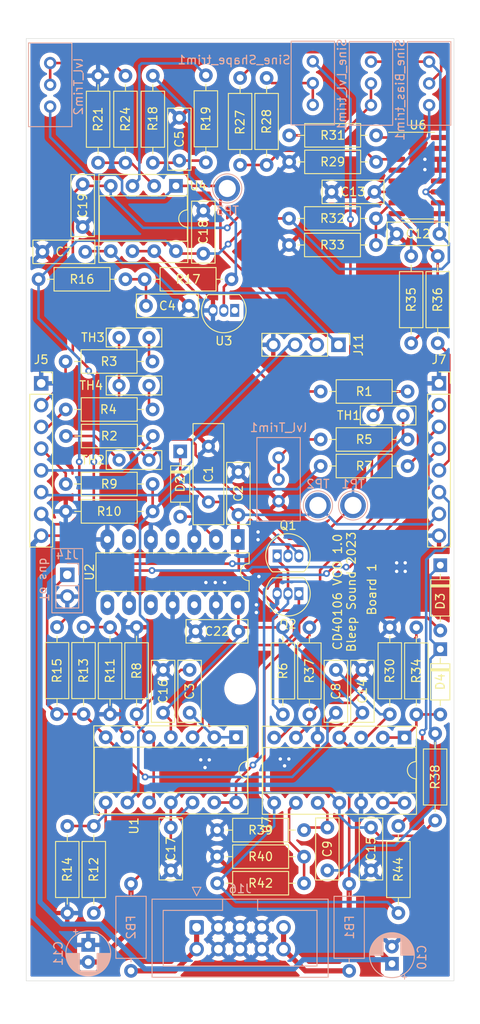
<source format=kicad_pcb>
(kicad_pcb (version 20221018) (generator pcbnew)
  (layers (0 "F.Cu" signal) (31 "B.Cu" signal) (34 "B.Paste" user) (35 "F.Paste" user) (36 "B.SilkS" user "B.Silkscreen") (37 "F.SilkS" user "F.Silkscreen") (38 "B.Mask" user) (39 "F.Mask" user) (44 "Edge.Cuts" user))
  (net 0 "")
  (net 1 "GND")
  (net 2 "+12V")
  (net 3 "-12V")
  (net 4 "Net-(U1A--)")
  (net 5 "Net-(U1B-+)")
  (net 6 "/Saw")
  (net 7 "Net-(U4A-+)")
  (net 8 "Net-(D3-K)")
  (net 9 "Net-(C4-Pad2)")
  (net 10 "/Sine out")
  (net 11 "Net-(D2-A)")
  (net 12 "Net-(D3-A)")
  (net 13 "Net-(D4-A)")
  (net 14 "Net-(C5-Pad2)")
  (net 15 "/Tri out")
  (net 16 "/Fm")
  (net 17 "/1V{slash}oct")
  (net 18 "Net-(U7A-+)")
  (net 19 "/octave")
  (net 20 "/Fine")
  (net 21 "/PWM CV")
  (net 22 "/Saw out")
  (net 23 "/Square out")
  (net 24 "/PWM")
  (net 26 "Net-(U7C-+)")
  (net 31 "Net-(J16-Pin_10)")
  (net 32 "Net-(Q1-C)")
  (net 33 "Net-(Q1-B)")
  (net 34 "Net-(R4-Pad1)")
  (net 35 "Net-(J16-Pin_1)")
  (net 36 "Net-(U1C--)")
  (net 37 "Net-(U1B--)")
  (net 38 "Net-(U1D-+)")
  (net 39 "/Fine_oct_in")
  (net 40 "Net-(R5-Pad2)")
  (net 41 "Net-(R24-Pad1)")
  (net 42 "Net-(U3-K)")
  (net 43 "Net-(R1-Pad1)")
  (net 44 "Net-(U4A--)")
  (net 45 "/Wave Converter/Tri")
  (net 46 "Net-(U6C-+)")
  (net 47 "Net-(R27-Pad2)")
  (net 48 "Net-(R28-Pad2)")
  (net 49 "Net-(R31-Pad1)")
  (net 50 "Net-(R31-Pad2)")
  (net 51 "Net-(R32-Pad1)")
  (net 52 "Net-(U7B--)")
  (net 53 "Net-(R2-Pad1)")
  (net 54 "Net-(R3-Pad1)")
  (net 55 "Net-(R12-Pad2)")
  (net 56 "Net-(R35-Pad2)")
  (net 57 "Net-(U7C--)")
  (net 58 "Net-(U7D--)")
  (net 64 "/Octave switch/5v")
  (net 65 "/Octave switch/A")
  (net 68 "/Sync")
  (footprint "Resistor_THT:R_Axial_DIN0207_L6.3mm_D2.5mm_P10.16mm_Horizontal" (layer "F.Cu") (at 102.3 127.78 90)
    (fp_text reference "R38")
    (fp_text value "20k")
  )
  (footprint "Resistor_THT:R_Axial_DIN0207_L6.3mm_D2.5mm_P10.16mm_Horizontal" (layer "F.Cu") (at 85.22 60.6)
    (fp_text reference "R33")
    (fp_text value "130k")
  )
  (footprint "Resistor_THT:R_Axial_DIN0207_L6.3mm_D2.5mm_P10.16mm_Horizontal" (layer "F.Cu") (at 85.24 50.9)
    (fp_text reference "R29")
    (fp_text value "20k")
  )
  (footprint "Connector_PinSocket_2.54mm:PinSocket_1x08_P2.54mm_Vertical" (layer "F.Cu") (at 102.75 76.75)
    (fp_text reference "J7")
    (fp_text value "Conn_Circuit")
  )
  (footprint "Capacitor_THT:C_Disc_D7.0mm_W2.5mm_P5.00mm" (layer "F.Cu") (at 79.3 105.7 180)
    (fp_text reference "C22")
    (fp_text value "100nF")
  )
  (footprint "Resistor_THT:R_Axial_DIN0207_L6.3mm_D2.5mm_P10.16mm_Horizontal" (layer "F.Cu") (at 97 105.22 -90)
    (fp_text reference "R30")
    (fp_text value "200k")
  )
  (footprint "Kicad-perso:Therm_Disc_D6.5mm_W2.5mm_P3.50mm" (layer "F.Cu") (at 96.8 80.5)
    (fp_text reference "TH1")
    (fp_text value "Thermistor_NTC - 10k" hide)
  )
  (footprint "Resistor_THT:R_Axial_DIN0207_L6.3mm_D2.5mm_P10.16mm_Horizontal" (layer "F.Cu") (at 69.3 51 90)
    (fp_text reference "R18")
    (fp_text value "33k")
  )
  (footprint "Capacitor_THT:C_Disc_D7.0mm_W2.5mm_P5.00mm" (layer "F.Cu") (at 79.3 92.1 90)
    (fp_text reference "C2")
    (fp_text value "Optionnal")
  )
  (footprint "Resistor_THT:R_Axial_DIN0207_L6.3mm_D2.5mm_P10.16mm_Horizontal" (layer "F.Cu") (at 87.6 115.4 90)
    (fp_text reference "R37")
    (fp_text value "10k")
  )
  (footprint "Resistor_THT:R_Axial_DIN0207_L6.3mm_D2.5mm_P10.16mm_Horizontal" (layer "F.Cu") (at 76.82 128.9)
    (fp_text reference "R39")
    (fp_text value "200k")
  )
  (footprint "Package_TO_SOT_THT:TO-92_Inline" (layer "F.Cu") (at 78.87 68.24 180)
    (fp_text reference "U3")
    (fp_text value "LM336BZ-5.0")
  )
  (footprint "Kicad-perso:Mica Disc Cap" (layer "F.Cu") (at 75.8 87.35 90)
    (fp_text reference "C1")
    (fp_text value "2.2nF" hide)
  )
  (footprint "Capacitor_THT:C_Disc_D7.0mm_W2.5mm_P5.00mm" (layer "F.Cu") (at 61.1 58.5 90)
    (fp_text reference "C19")
    (fp_text value "100nF")
  )
  (footprint "Resistor_THT:R_Axial_DIN0207_L6.3mm_D2.5mm_P10.16mm_Horizontal" (layer "F.Cu") (at 59.14 82.9)
    (fp_text reference "R2")
    (fp_text value "100k")
  )
  (footprint "Capacitor_THT:C_Disc_D7.0mm_W2.5mm_P5.00mm" (layer "F.Cu") (at 90.7 115.2 90)
    (fp_text reference "C8")
    (fp_text value "1uF")
  )
  (footprint "Capacitor_THT:C_Disc_D7.0mm_W2.5mm_P5.00mm" (layer "F.Cu") (at 102.8 59.3 180)
    (fp_text reference "C12")
    (fp_text value "100nF")
  )
  (footprint "Resistor_THT:R_Axial_DIN0207_L6.3mm_D2.5mm_P10.16mm_Horizontal" (layer "F.Cu") (at 99.08 83.3 180)
    (fp_text reference "R5")
    (fp_text value "1k5")
  )
  (footprint "Resistor_THT:R_Axial_DIN0207_L6.3mm_D2.5mm_P10.16mm_Horizontal" (layer "F.Cu") (at 79.5 51.26 90)
    (fp_text reference "R27")
    (fp_text value "470k")
  )
  (footprint "Diode_THT:D_DO-35_SOD27_P7.62mm_Horizontal" (layer "F.Cu") (at 72.5 84.69 -90)
    (fp_text reference "D2")
    (fp_text value "1N4148")
  )
  (footprint "Resistor_THT:R_Axial_DIN0207_L6.3mm_D2.5mm_P10.16mm_Horizontal" (layer "F.Cu") (at 76.82 132)
    (fp_text reference "R40")
    (fp_text value "10k")
  )
  (footprint "Connector_PinHeader_2.54mm:PinHeader_1x04_P2.54mm_Vertical" (layer "F.Cu") (at 91 72.25 -90)
    (fp_text reference "J11")
    (fp_text value "Conn_01x04")
  )
  (footprint "Capacitor_THT:C_Disc_D7.0mm_W2.5mm_P5.00mm" (layer "F.Cu") (at 75.2 61.6 90)
    (fp_text reference "C18")
    (fp_text value "100nF")
  )
  (footprint "MountingHole:MountingHole_3.2mm_M3" (layer "F.Cu") (at 79.5 112.4)
    (fp_text reference "H2" hide)
    (fp_text value "SpacerHoles")
  )
  (footprint "Kicad-perso:Therm_Disc_D6.5mm_W2.5mm_P3.50mm" (layer "F.Cu") (at 67.1 77 180)
    (fp_text reference "TH4")
    (fp_text value "Thermistor_NTC - 10k" hide)
  )
  (footprint "Resistor_THT:R_Axial_DIN0207_L6.3mm_D2.5mm_P10.16mm_Horizontal" (layer "F.Cu") (at 61.2 115.36 90)
    (fp_text reference "R13")
    (fp_text value "1M")
  )
  (footprint "Resistor_THT:R_Axial_DIN0207_L6.3mm_D2.5mm_P10.16mm_Horizontal" (layer "F.Cu") (at 58.1 105.2 -90)
    (fp_text reference "R15")
    (fp_text value "1k")
  )
  (footprint "Resistor_THT:R_Axial_DIN0207_L6.3mm_D2.5mm_P10.16mm_Horizontal" (layer "F.Cu") (at 84.5 105.24 -90)
    (fp_text reference "R6")
    (fp_text value "1M")
  )
  (footprint "Package_SO:SOIC-16_3.9x9.9mm_P1.27mm" (layer "F.Cu") (at 100.3 52.5)
    (fp_text reference "U6")
    (fp_text value "LM13700")
  )
  (footprint "Capacitor_THT:C_Disc_D7.0mm_W2.5mm_P5.00mm" (layer "F.Cu") (at 71.4 133.6 90)
    (fp_text reference "C17")
    (fp_text value "100nF")
  )
  (footprint "Resistor_THT:R_Axial_DIN0207_L6.3mm_D2.5mm_P10.16mm_Horizontal" (layer "F.Cu") (at 64.3 105.22 -90)
    (fp_text reference "R11")
    (fp_text value "47k")
  )
  (footprint "Resistor_THT:R_Axial_DIN0207_L6.3mm_D2.5mm_P10.16mm_Horizontal" (layer "F.Cu") (at 98 138.58 90)
    (fp_text reference "R44")
    (fp_text value "1k")
  )
  (footprint "Kicad-perso:Therm_Disc_D6.5mm_W2.5mm_P3.50mm" (layer "F.Cu") (at 67.1 85.7)
    (fp_text reference "TH2")
    (fp_text value "Thermistor_NTC - 10k" hide)
  )
  (footprint "Resistor_THT:R_Axial_DIN0207_L6.3mm_D2.5mm_P10.16mm_Horizontal" (layer "F.Cu") (at 69.26 74.2 180)
    (fp_text reference "R3")
    (fp_text value "100k")
  )
  (footprint "Resistor_THT:R_Axial_DIN0207_L6.3mm_D2.5mm_P10.16mm_Horizontal" (layer "F.Cu") (at 100.1 115.4 90)
    (fp_text reference "R34")
    (fp_text value "10k")
  )
  (footprint "Resistor_THT:R_Axial_DIN0207_L6.3mm_D2.5mm_P10.16mm_Horizontal" (layer "F.Cu") (at 88.92 86.4)
    (fp_text reference "R7")
    (fp_text value "100k")
  )
  (footprint "Capacitor_THT:C_Disc_D7.0mm_W2.5mm_P5.00mm" (layer "F.Cu") (at 93.8 115.2 90)
    (fp_text reference "C14")
    (fp_text value "100nF")
  )
  (footprint "Capacitor_THT:C_Disc_D7.0mm_W2.5mm_P5.00mm" (layer "F.Cu") (at 94.8 133.6 90)
    (fp_text reference "C15")
    (fp_text value "100nF")
  )
  (footprint "Package_DIP:DIP-14_W7.62mm_Socket" (layer "F.Cu") (at 79.025 118.06 -90)
    (fp_text reference "U1")
    (fp_text value "TL074")
  )
  (footprint "Resistor_THT:R_Axial_DIN0207_L6.3mm_D2.5mm_P10.16mm_Horizontal" (layer "F.Cu") (at 69.28 79.8 180)
    (fp_text reference "R4")
    (fp_text value "100k")
  )
  (footprint "Capacitor_THT:C_Disc_D7.0mm_W2.5mm_P5.00mm" (layer "F.Cu") (at 73.6 115.2 90)
    (fp_text reference "C3")
    (fp_text value "1uF")
  )
  (footprint "Package_DIP:DIP-14_W7.62mm_LongPads" (layer "F.Cu") (at 79.225 94.975 -90)
    (fp_text reference "U2")
    (fp_text value "CD40106")
  )
  (footprint "Diode_THT:D_DO-35_SOD27_P7.62mm_Horizontal" (layer "F.Cu") (at 102.9 107.78 -90)
    (fp_text reference "D4")
    (fp_text value "1N914")
  )
  (footprint "Resistor_THT:R_Axial_DIN0207_L6.3mm_D2.5mm_P10.16mm_Horizontal" (layer "F.Cu") (at 102.6 72.06 90)
    (fp_text reference "R36")
    (fp_text value "1k")
  )
  (footprint "Capacitor_THT:C_Disc_D7.0mm_W2.5mm_P5.00mm" (layer "F.Cu") (at 72.4 45.75 -90)
    (fp_text reference "C5")
    (fp_text value "100nF")
  )
  (footprint "Capacitor_THT:C_Disc_D7.0mm_W2.5mm_P5.00mm" (layer "F.Cu") (at 73.5 67.7 180)
    (fp_text reference "C4")
    (fp_text value "100nF")
  )
  (footprint "Package_DIP:DIP-14_W7.62mm_Socket" (layer "F.Cu") (at 98.725 118.1 -90)
    (fp_text reference "U7")
    (fp_text value "TL074")
  )
  (footprint "Resistor_THT:R_Axial_DIN0207_L6.3mm_D2.5mm_P10.16mm_Horizontal" (layer "F.Cu") (at 95.38 57.5 180)
    (fp_text reference "R32")
    (fp_text value "1M")
  )
  (footprint "Resistor_THT:R_Axial_DIN0207_L6.3mm_D2.5mm_P10.16mm_Horizontal" (layer "F.Cu") (at 99.08 77.7 180)
    (fp_text reference "R1")
    (fp_text value "100k")
  )
  (footprint "Kicad-perso:Therm_Disc_D6.5mm_W2.5mm_P3.50mm" (layer "F.Cu") (at 67.1 71.4 180)
    (fp_text reference "TH3")
    (fp_text value "Thermistor_NTC - 10k" hide)
  )
  (footprint "Resistor_THT:R_Axial_DIN0207_L6.3mm_D2.5mm_P10.16mm_Horizontal" (layer "F.Cu") (at 62.9 51 90)
    (fp_text reference "R21")
    (fp_text value "10k")
  )
  (footprint "Resistor_THT:R_Axial_DIN0207_L6.3mm_D2.5mm_P10.16mm_Horizontal" (layer "F.Cu") (at 86.98 135.1 180)
    (fp_text reference "R42")
    (fp_text value "10k")
  )
  (footprint "Capacitor_THT:C_Disc_D7.0mm_W2.5mm_P5.00mm" (layer "F.Cu") (at 56.4 61.4)
    (fp_text reference "C7")
    (fp_text value "1nF")
  )
  (footprint "Resistor_THT:R_Axial_DIN0207_L6.3mm_D2.5mm_P10.16mm_Horizontal" (layer "F.Cu") (at 55.94 64.6)
    (fp_text reference "R16")
    (fp_text value "4.7k")
  )
  (footprint "Capacitor_THT:C_Disc_D7.0mm_W2.5mm_P5.00mm" (layer "F.Cu") (at 89.7 133.6 90)
    (fp_text reference "C9")
    (fp_text value "1uF")
  )
  (footprint "Capacitor_THT:C_Disc_D7.0mm_W2.5mm_P5.00mm" (layer "F.Cu") (at 90.2 54.4)
    (fp_text reference "C13")
    (fp_text value "100nF")
  )
  (footprint "Resistor_THT:R_Axial_DIN0207_L6.3mm_D2.5mm_P10.16mm_Horizontal" (layer "F.Cu") (at 95.4 47.8 180)
    (fp_text reference "R31")
    (fp_text value "100k")
  )
  (footprint "Resistor_THT:R_Axial_DIN0207_L6.3mm_D2.5mm_P10.16mm_Horizontal" (layer "F.Cu") (at 69.28 88.5 180)
    (fp_text reference "R9")
    (fp_text value "68k")
  )
  (footprint "Resistor_THT:R_Axial_DIN0207_L6.3mm_D2.5mm_P10.16mm_Horizontal" (layer "F.Cu") (at 68.34 64.6)
    (fp_text reference "R17")
    (fp_text value "4.7k")
  )
  (footprint "Resistor_THT:R_Axial_DIN0207_L6.3mm_D2.5mm_P10.16mm_Horizontal" (layer "F.Cu") (at 62.4 128.42 -90)
    (fp_text reference "R12")
    (fp_text value "100k")
  )
  (footprint "Resistor_THT:R_Axial_DIN0207_L6.3mm_D2.5mm_P10.16mm_Horizontal" (layer "F.Cu") (at 99.5 61.9 -90)
    (fp_text reference "R35")
    (fp_text value "4.7k")
  )
  (footprint "Package_DIP:DIP-8_W7.62mm_Socket" (layer "F.Cu") (at 72 53.7 -90)
    (fp_text reference "U4")
    (fp_text value "TL072")
  )
  (footprint "Capacitor_THT:C_Disc_D7.0mm_W2.5mm_P5.00mm" (layer "F.Cu") (at 70.5 115.2 90)
    (fp_text reference "C16")
    (fp_text value "100nF")
  )
  (footprint "Connector_PinSocket_2.54mm:PinSocket_1x08_P2.54mm_Vertical" (layer "F.Cu") (at 56.25 76.75)
    (fp_text reference "J5")
    (fp_text value "Conn_Circuit")
  )
  (footprint "Resistor_THT:R_Axial_DIN0207_L6.3mm_D2.5mm_P10.16mm_Horizontal" (layer "F.Cu") (at 66.1 40.84 -90)
    (fp_text reference "R24")
    (fp_text value "9k53")
  )
  (footprint "Resistor_THT:R_Axial_DIN0207_L6.3mm_D2.5mm_P10.16mm_Horizontal" (layer "F.Cu") (at 59.3 128.42 -90)
    (fp_text reference "R14")
    (fp_text value "68k")
  )
  (footprint "Resistor_THT:R_Axial_DIN0207_L6.3mm_D2.5mm_P10.16mm_Horizontal" (layer "F.Cu") (at 82.6 51.26 90)
    (fp_text reference "R28")
    (fp_text value "20k")
  )
  (footprint "Package_TO_SOT_THT:TO-92_Inline" (layer "F.Cu") (at 86.37 101.3 180)
    (fp_text reference "Q2")
    (fp_text value "BC548")
  )
  (footprint "Resistor_THT:R_Axial_DIN0207_L6.3mm_D2.5mm_P10.16mm_Horizontal" (layer "F.Cu") (at 69.28 91.7 180)
    (fp_text reference "R10")
    (fp_text value "14k")
  )
  (footprint "Resistor_THT:R_Axial_DIN0207_L6.3mm_D2.5mm_P10.16mm_Horizontal" (layer "F.Cu") (at 67.4 115.38 90)
    (fp_text reference "R8")
    (fp_text value "100k")
  )
  (footprint "Resistor_THT:R_Axial_DIN0207_L6.3mm_D2.5mm_P10.16mm_Horizontal" (layer "F.Cu") (at 75.5 40.79 -90)
    (fp_text reference "R19")
    (fp_text value "33k")
  )
  (footprint "Diode_THT:D_DO-35_SOD27_P7.62mm_Horizontal" (layer "F.Cu") (at 102.9 97.98 -90)
    (fp_text reference "D3")
    (fp_text value "1N914")
  )
  (footprint "Package_TO_SOT_THT:TO-92_Inline" (layer "F.Cu") (at 83.83 96.9)
    (fp_text reference "Q1")
    (fp_text value "BC558")
  )
  (footprint "Capacitor_THT:CP_Radial_D5.0mm_P2.00mm" (layer "B.Cu") (at 61.75 142.3 -90)
    (fp_text reference "C11")
    (fp_text value "10uF")
  )
  (footprint "TestPoint:TestPoint_Plated_Hole_D2.0mm" (layer "B.Cu") (at 78 54 180)
    (fp_text reference "TP3")
    (fp_text value "TestPoint")
  )
  (footprint "Connector_IDC:IDC-Header_2x05_P2.54mm_Vertical" (layer "B.Cu") (at 74.42 140.25 -90)
    (fp_text reference "J16")
    (fp_text value "Power Input")
  )
  (footprint "Potentiometer_THT:Potentiometer_Bourns_3386C_Horizontal" (layer "B.Cu") (at 94.8 44.28)
    (fp_text reference "Sine_Lvl_trim1")
    (fp_text value "1M")
  )
  (footprint "Capacitor_THT:CP_Radial_D5.0mm_P2.00mm" (layer "B.Cu") (at 97.25 144.5 90)
    (fp_text reference "C10")
    (fp_text value "10uF")
  )
  (footprint "Connector_PinHeader_2.54mm:PinHeader_1x02_P2.54mm_Vertical" (layer "B.Cu") (at 59.3 99.1 180)
    (fp_text reference "J14")
    (fp_text value "Conn_01x02")
  )
  (footprint "TestPoint:TestPoint_Plated_Hole_D2.0mm" (layer "B.Cu") (at 92.7 91 180)
    (fp_text reference "TP1")
    (fp_text value "TestPoint")
  )
  (footprint "Potentiometer_THT:Potentiometer_Bourns_3386C_Horizontal" (layer "B.Cu") (at 57.3 39.36 180)
    (fp_text reference "lvl_Trim2")
    (fp_text value "1k")
  )
  (footprint "TestPoint:TestPoint_Plated_Hole_D2.0mm" (layer "B.Cu") (at 88.6 91 180)
    (fp_text reference "TP2")
    (fp_text value "TestPoint")
  )
  (footprint "Potentiometer_THT:Potentiometer_Bourns_3386C_Horizontal" (layer "B.Cu") (at 84 85.42 180)
    (fp_text reference "lvl_Trim1")
    (fp_text value "1k")
  )
  (footprint "Potentiometer_THT:Potentiometer_Bourns_3386C_Horizontal" (layer "B.Cu") (at 88 39.16 180)
    (fp_text reference "Sine_Shape_trim1")
    (fp_text value "100k")
  )
  (footprint "Inductor_THT:L_Axial_L7.0mm_D3.3mm_P10.16mm_Horizontal_Fastron_MICC" (layer "B.Cu") (at 92.25 135.17 -90)
    (fp_text reference "FB1")
    (fp_text value "10R")
  )
  (footprint "Inductor_THT:L_Axial_L7.0mm_D3.3mm_P10.16mm_Horizontal_Fastron_MICC" (layer "B.Cu") (at 66.75 135.17 -90)
    (fp_text reference "FB2")
    (fp_text value "10R")
  )
  (footprint "Potentiometer_THT:Potentiometer_Bourns_3386C_Horizontal" (layer "B.Cu") (at 101.6 39.2 180)
    (fp_text reference "Sine_Bias_trim1")
    (fp_text value "100k")
  )
  (gr_rect (start 57.5 96.04) (end 61.1 103.54) (stroke (width 0.12)) (fill none) (layer "B.SilkS"))
  (gr_line (start 54.5 36.5) (end 104.5 36.5) (stroke (width 0.05)) (layer "Edge.Cuts"))
  (gr_line (start 54.5 36.5) (end 54.5 146.5) (stroke (width 0.05)) (layer "Edge.Cuts"))
  (gr_line (start 54.5 146.5) (end 104.5 146.5) (stroke (width 0.05)) (layer "Edge.Cuts"))
  (gr_line (start 104.5 36.5) (end 104.5 146.5) (stroke (width 0.05)) (layer "Edge.Cuts"))
  (gr_text "To sub" (at 56 102.24 -90) (layer "B.SilkS") (effects (font (size 1 1)) (justify left bottom mirror)))
  (gr_text "CD40106 VCO 1.0\nBleep Sound 2023" (at 91.7 101.1 90) (layer "F.SilkS") (effects (font (size 1 1))))
  (gr_text "Board 1" (at 94.9 100.8 90) (layer "F.SilkS") (effects (font (size 1 1))))
  (via (at 75.4 121.6) (size 0.8) (drill 0.4) (layers "F.Cu" "B.Cu") (net 1))
  (via (at 101.1 51.8) (size 0.8) (drill 0.4) (layers "F.Cu" "B.Cu") (net 1))
  (via (at 81.4 103.5) (size 0.8) (drill 0.4) (layers "F.Cu" "B.Cu") (net 1))
  (via (at 81.4 102.6) (size 0.8) (drill 0.4) (layers "F.Cu" "B.Cu") (net 1))
  (via (at 97.8 97.7) (size 0.8) (drill 0.4) (layers "F.Cu" "B.Cu") (net 1))
  (via (at 98.8 97.7) (size 0.8) (drill 0.4) (layers "F.Cu" "B.Cu") (net 1))
  (via (at 98.8 98.7) (size 0.8) (drill 0.4) (layers "F.Cu" "B.Cu") (net 1))
  (via (at 85.2 120.6) (size 0.8) (drill 0.4) (layers "F.Cu" "B.Cu") (net 1))
  (via (at 81.6 94.1) (size 0.8) (drill 0.4) (layers "F.Cu" "B.Cu") (net 1))
  (via (at 97.8 98.7) (size 0.8) (drill 0.4) (layers "F.Cu" "B.Cu") (net 1))
  (via (at 84.7 121.4) (size 0.8) (drill 0.4) (layers "F.Cu" "B.Cu") (net 1))
  (via (at 75.5 100) (size 0.8) (drill 0.4) (layers "F.Cu" "B.Cu") (net 1))
  (via (at 74.9 120.7) (size 0.8) (drill 0.4) (layers "F.Cu" "B.Cu") (net 1))
  (via (at 81.6 95) (size 0.8) (drill 0.4) (layers "F.Cu" "B.Cu") (net 1))
  (via (at 81.7 99.3) (size 0.8) (drill 0.4) (layers "F.Cu" "B.Cu") (net 1))
  (via (at 76.6 100) (size 0.8) (drill 0.4) (layers "F.Cu" "B.Cu") (net 1))
  (via (at 77.7 100) (size 0.8) (drill 0.4) (layers "F.Cu" "B.Cu") (net 1))
  (via (at 84.2 120.6) (size 0.8) (drill 0.4) (layers "F.Cu" "B.Cu") (net 1))
  (via (at 101.1 50.6) (size 0.8) (drill 0.4) (layers "F.Cu" "B.Cu") (net 1))
  (via (at 75.9 120.7) (size 0.8) (drill 0.4) (layers "F.Cu" "B.Cu") (net 1))
  (segment (start 92.255 135.165) (end 92.25 135.17) (width 0.3) (layer "F.Cu") (net 2))
  (segment (start 59.6 93.2) (end 57.46 93.2) (width 0.3) (layer "F.Cu") (net 2))
  (segment (start 91.105 118.1) (end 92.255 119.25) (width 0.3) (layer "F.Cu") (net 2))
  (segment (start 102.775 54.405) (end 101.205 54.405) (width 0.3) (layer "F.Cu") (net 2))
  (segment (start 57.46 93.2) (end 56.25 91.99) (width 0.3) (layer "F.Cu") (net 2))
  (segment (start 92.25 135.17) (end 92.25 139.5) (width 0.6) (layer "F.Cu") (net 2))
  (segment (start 81.1 57.5) (end 78.1 60.5) (width 0.3) (layer "F.Cu") (net 2))
  (segment (start 92.25 139.5) (end 97.25 144.5) (width 0.6) (layer "F.Cu") (net 2))
  (segment (start 71.405 116.105) (end 70.5 115.2) (width 0.3) (layer "F.Cu") (net 2))
  (segment (start 85.22 57.5) (end 81.1 57.5) (width 0.3) (layer "F.Cu") (net 2))
  (segment (start 60.7 85.9) (end 60.7 92.1) (width 0.3) (layer "F.Cu") (net 2))
  (segment (start 79.76 105.24) (end 79.3 105.7) (width 0.3) (layer "F.Cu") (net 2))
  (segment (start 79.3 105.7) (end 79.3 102.67) (width 0.3) (layer "F.Cu") (net 2))
  (segment (start 91.105 117.895) (end 91.105 118.1) (width 0.3) (layer "F.Cu") (net 2))
  (segment (start 60.7 92.1) (end 59.6 93.2) (width 0.3) (layer "F.Cu") (net 2))
  (segment (start 101.205 54.405) (end 101.2 54.4) (width 0.3) (layer "F.Cu") (net 2))
  (segment (start 92.255 119.25) (end 92.255 135.165) (width 0.3) (layer "F.Cu") (net 2))
  (segment (start 79.3 102.67) (end 79.225 102.595) (width 0.3) (layer "F.Cu") (net 2))
  (segment (start 72.28 61.6) (end 72 61.32) (width 0.3) (layer "F.Cu") (net 2))
  (segment (start 71.405 118.06) (end 71.405 116.105) (width 0.3) (layer "F.Cu") (net 2))
  (segment (start 93.8 115.2) (end 91.105 117.895) (width 0.3) (layer "F.Cu") (net 2))
  (segment (start 75.2 61.6) (end 72.28 61.6) (width 0.3) (layer "F.Cu") (net 2))
  (segment (start 94.8 39.2) (end 101.6 39.2) (width 0.3) (layer "F.Cu") (net 2))
  (segment (start 84.5 105.24) (end 79.76 105.24) (width 0.3) (layer "F.Cu") (net 2))
  (via (at 60.7 85.9) (size 0.8) (drill 0.4) (layers "F.Cu" "B.Cu") (net 2))
  (via (at 78.1 60.5) (size 0.8) (drill 0.4) (layers "F.Cu" "B.Cu") (net 2))
  (via (at 101.2 54.4) (size 0.8) (drill 0.4) (layers "F.Cu" "B.Cu") (net 2))
  (segment (start 96.78 144.03) (end 86.87 144.03) (width 0.6) (layer "B.Cu") (net 2))
  (segment (start 102.9 52.7) (end 102.9 40.5) (width 0.3) (layer "B.Cu") (net 2))
  (segment (start 57.6 93.34) (end 56.25 91.99) (width 0.6) (layer "B.Cu") (net 2))
  (segment (start 60.7 73.922606) (end 60.7 85.9) (width 0.3) (layer "B.Cu") (net 2))
  (segment (start 55.94 69.162606) (end 60.7 73.922606) (width 0.3) (layer "B.Cu") (net 2))
  (segment (start 58.69 139.88) (end 56.11 137.3) (width 0.6) (layer "B.Cu") (net 2))
  (segment (start 63.138478 139.88) (end 58.69 139.88) (width 0.6) (layer "B.Cu") (net 2))
  (segment (start 55.94 64.6) (end 55.94 69.162606) (width 0.3) (layer "B.Cu") (net 2))
  (segment (start 68.358478 145.1) (end 63.138478 139.88) (width 0.6) (layer "B.Cu") (net 2))
  (segment (start 103.9 62.6) (end 103.9 60.4) (width 0.3) (layer "B.Cu") (net 2))
  (segment (start 79.3 106.4) (end 70.5 115.2) (width 0.3) (layer "B.Cu") (net 2))
  (segment (start 56.11 137.3) (end 56.11 99.59) (width 0.6) (layer "B.Cu") (net 2))
  (segment (start 85.8 145.1) (end 68.358478 145.1) (width 0.6) (layer "B.Cu") (net 2))
  (segment (start 77 61.6) (end 75.2 61.6) (width 0.3) (layer "B.Cu") (net 2))
  (segment (start 84.5 105.9) (end 84.5 105.24) (width 0.3) (layer "B.Cu") (net 2))
  (segment (start 55.94 64.6) (end 60.44 60.1) (width 0.3) (layer "B.Cu") (net 2))
  (segment (start 60.44 60.1) (end 70.78 60.1) (width 0.3) (layer "B.Cu") (net 2))
  (segment (start 93.8 115.2) (end 84.5 105.9) (width 0.3) (layer "B.Cu") (net 2))
  (segment (start 103.9 60.4) (end 102.8 59.3) (width 0.3) (layer "B.Cu") (net 2))
  (segment (start 102.8 56) (end 101.2 54.4) (width 0.3) (layer "B.Cu") (net 2))
  (segment (start 91.12 63.4) (end 103.1 63.4) (width 0.3) (layer "B.Cu") (net 2))
  (segment (start 70.78 60.1) (end 72 61.32) (width 0.3) (layer "B.Cu") (net 2))
  (segment (start 102.8 59.3) (end 102.8 56) (width 0.3) (layer "B.Cu") (net 2))
  (segment (start 56.11 99.59) (end 57.6 98.1) (width 0.6) (layer "B.Cu") (net 2))
  (segment (start 85.22 57.5) (end 91.12 63.4) (width 0.3) (layer "B.Cu") (net 2))
  (segment (start 57.6 98.1) (end 57.6 93.34) (width 0.6) (layer "B.Cu") (net 2))
  (segment (start 97.25 144.5) (end 96.78 144.03) (width 0.6) (layer "B.Cu") (net 2))
  (segment (start 101.2 54.4) (end 102.9 52.7) (width 0.3) (layer "B.Cu") (net 2))
  (segment (start 79.3 105.7) (end 79.3 106.4) (width 0.3) (layer "B.Cu") (net 2))
  (segment (start 86.87 144.03) (end 85.8 145.1) (width 0.6) (layer "B.Cu") (net 2))
  (segment (start 103.1 63.4) (end 103.9 62.6) (width 0.3) (layer "B.Cu") (net 2))
  (segment (start 78.1 60.5) (end 77 61.6) (width 0.3) (layer "B.Cu") (net 2))
  (segment (start 102.9 40.5) (end 101.6 39.2) (width 0.3) (layer "B.Cu") (net 2))
  (segment (start 100.51 129.57) (end 95.77 129.57) (width 0.3) (layer "F.Cu") (net 3))
  (segment (start 95.77 129.57) (end 94.8 128.6) (width 0.3) (layer "F.Cu") (net 3))
  (segment (start 102.3 127.78) (end 100.51 129.57) (width 0.3) (layer "F.Cu") (net 3))
  (segment (start 61.8 75) (end 59.95 73.15) (width 0.3) (layer "F.Cu") (net 3))
  (segment (start 78 58.6) (end 80.8 55.8) (width 0.3) (layer "F.Cu") (net 3))
  (segment (start 93.8 55.8) (end 95.2 54.4) (width 0.3) (layer "F.Cu") (net 3))
  (segment (start 62.88137 144.3) (end 66.75 140.43137) (width 0.6) (layer "F.Cu") (net 3))
  (segment (start 56.25 94.53) (end 58.977106 94.53) (width 0.3) (layer "F.Cu") (net 3))
  (segment (start 71.4 130.52) (end 66.75 135.17) (width 0.3) (layer "F.Cu") (net 3))
  (segment (start 71.4 128.6) (end 71.4 130.52) (width 0.3) (layer "F.Cu") (net 3))
  (segment (start 61.3 53.7) (end 61.1 53.5) (width 0.3) (layer "F.Cu") (net 3))
  (segment (start 58.977106 94.53) (end 62.4 91.107106) (width 0.3) (layer "F.Cu") (net 3))
  (segment (start 61.8 75.3) (end 61.8 75) (width 0.3) (layer "F.Cu") (net 3))
  (segment (start 66.75 140.43137) (end 66.75 135.17) (width 0.6) (layer "F.Cu") (net 3))
  (segment (start 59.95 73.15) (end 59.95 54.65) (width 0.3) (layer "F.Cu") (net 3))
  (segment (start 59.95 54.65) (end 61.1 53.5) (width 0.3) (layer "F.Cu") (net 3))
  (segment (start 62.247106 97.8) (end 78.6 97.8) (width 0.3) (layer "F.Cu") (net 3))
  (segment (start 62.4 91.107106) (end 62.4 85.9) (width 0.3) (layer "F.Cu") (net 3))
  (segment (start 95.205 54.405) (end 95.2 54.4) (width 0.3) (layer "F.Cu") (net 3))
  (segment (start 71.4 125.685) (end 71.405 125.68) (width 0.3) (layer "F.Cu") (net 3))
  (segment (start 97.825 54.405) (end 95.205 54.405) (width 0.3) (layer "F.Cu") (net 3))
  (segment (start 61.75 144.3) (end 62.88137 144.3) (width 0.6) (layer "F.Cu") (net 3))
  (segment (start 80.8 55.8) (end 93.8 55.8) (width 0.3) (layer "F.Cu") (net 3))
  (segment (start 64.38 53.7) (end 61.3 53.7) (width 0.3) (layer "F.Cu") (net 3))
  (segment (start 58.977106 94.53) (end 62.247106 97.8) (width 0.3) (layer "F.Cu") (net 3))
  (segment (start 71.4 128.6) (end 71.4 125.685) (width 0.3) (layer "F.Cu") (net 3))
  (via (at 78.6 97.8) (size 0.8) (drill 0.4) (layers "F.Cu" "B.Cu") (net 3))
  (via (at 78 58.6) (size 0.8) (drill 0.4) (layers "F.Cu" "B.Cu") (net 3))
  (via (at 62.4 85.9) (size 0.8) (drill 0.4) (layers "F.Cu" "B.Cu") (net 3))
  (via (at 61.8 75.3) (size 0.8) (drill 0.4) (layers "F.Cu" "B.Cu") (net 3))
  (segment (start 99.5 58.7) (end 95.2 54.4) (width 0.3) (layer "B.Cu") (net 3))
  (segment (start 101.6 48) (end 101.6 44.28) (width 0.3) (layer "B.Cu") (net 3))
  (segment (start 86.37 96.675) (end 85.245 95.55) (width 0.3) (layer "B.Cu") (net 3))
  (segment (start 80.6 97.8) (end 82.85 95.55) (width 0.3) (layer "B.Cu") (net 3))
  (segment (start 86.37 96.9) (end 86.37 96.675) (width 0.3) (layer "B.Cu") (net 3))
  (segment (start 82.85 95.55) (end 83.97 94.43) (width 0.3) (layer "B.Cu") (net 3))
  (segment (start 64.38 53.7) (end 64.38 54.83137) (width 0.3) (layer "B.Cu") (net 3))
  (segment (start 64.38 54.83137) (end 68.14863 58.6) (width 0.3) (layer "B.Cu") (net 3))
  (segment (start 62.4 75.9) (end 61.8 75.3) (width 0.3) (layer "B.Cu") (net 3))
  (segment (start 99.5 61.9) (end 99.5 58.7) (width 0.3) (layer "B.Cu") (net 3))
  (segment (start 85.245 95.55) (end 82.85 95.55) (width 0.3) (layer "B.Cu") (net 3))
  (segment (start 91.105 127.195) (end 91.105 125.72) (width 0.3) (layer "B.Cu") (net 3))
  (segment (start 91.1 127.2) (end 91.105 127.195) (width 0.3) (layer "B.Cu") (net 3))
  (segment (start 89.915 124.53) (end 91.105 125.72) (width 0.3) (layer "B.Cu") (net 3))
  (segment (start 71.405 125.68) (end 72.555 124.53) (width 0.3) (layer "B.Cu") (net 3))
  (segment (start 55.31 95.47) (end 56.25 94.53) (width 0.6) (layer "B.Cu") (net 3))
  (segment (start 72.555 124.53) (end 89.915 124.53) (width 0.3) (layer "B.Cu") (net 3))
  (segment (start 61.75 144.3) (end 60.61863 144.3) (width 0.6) (layer "B.Cu") (net 3))
  (segment (start 60.61863 144.3) (end 55.31 138.99137) (width 0.6) (layer "B.Cu") (net 3))
  (segment (start 68.14863 58.6) (end 78 58.6) (width 0.3) (layer "B.Cu") (net 3))
  (segment (start 78.6 97.8) (end 80.6 97.8) (width 0.3) (layer "B.Cu") (net 3))
  (segment (start 94.8 128.6) (end 92.5 128.6) (width 0.3) (layer "B.Cu") (net 3))
  (segment (start 55.31 138.99137) (end 55.31 95.47) (width 0.6) (layer "B.Cu") (net 3))
  (segment (start 95.2 54.4) (end 101.6 48) (width 0.3) (layer "B.Cu") (net 3))
  (segment (start 62.4 85.9) (end 62.4 75.9) (width 0.3) (layer "B.Cu") (net 3))
  (segment (start 92.5 128.6) (end 91.1 127.2) (width 0.3) (layer "B.Cu") (net 3))
  (segment (start 76.485 118.06) (end 73.625 115.2) (width 0.3) (layer "B.Cu") (net 4))
  (segment (start 76.485 118.06) (end 79.025 118.06) (width 0.3) (layer "B.Cu") (net 4))
  (segment (start 73.625 115.2) (end 73.6 115.2) (width 0.3) (layer "B.Cu") (net 4))
  (segment (start 67.4 115.38) (end 72.58 110.2) (width 0.3) (layer "F.Cu") (net 5))
  (segment (start 69.4 118.595) (end 68.865 118.06) (width 0.3) (layer "F.Cu") (net 5))
  (segment (start 67.4 116.595) (end 68.865 118.06) (width 0.3) (layer "F.Cu") (net 5))
  (segment (start 67.4 115.38) (end 67.4 116.595) (width 0.3) (layer "F.Cu") (net 5))
  (segment (start 72.58 110.2) (end 73.6 110.2) (width 0.3) (layer "F.Cu") (net 5))
  (segment (start 69.4 125.145) (end 69.4 118.595) (width 0.3) (layer "F.Cu") (net 5))
  (segment (start 68.865 125.68) (end 69.4 125.145) (width 0.3) (layer "F.Cu") (net 5))
  (segment (start 61.2 115.36) (end 58.1 115.36) (width 0.3) (layer "F.Cu") (net 6))
  (segment (start 56.95 114.21) (end 56.95 101.45) (width 0.3) (layer "F.Cu") (net 6))
  (segment (start 63.785 117.945) (end 63.785 118.06) (width 0.3) (layer "F.Cu") (net 6))
  (segment (start 68.4 122.7) (end 68.4 122.675) (width 0.3) (layer "F.Cu") (net 6))
  (segment (start 56.95 101.45) (end 59.3 99.1) (width 0.3) (layer "F.Cu") (net 6))
  (segment (start 61.2 115.36) (end 63.785 117.945) (width 0.3) (layer "F.Cu") (net 6))
  (segment (start 58.1 115.36) (end 56.95 114.21) (width 0.3) (layer "F.Cu") (net 6))
  (segment (start 68.4 122.675) (end 63.785 118.06) (width 0.3) (layer "F.Cu") (net 6))
  (via (at 68.4 122.7) (size 0.8) (drill 0.4) (layers "F.Cu" "B.Cu") (net 6))
  (segment (start 68.4 122.7) (end 85.591346 122.7) (width 0.3) (layer "B.Cu") (net 6))
  (segment (start 85.591346 122.7) (end 89.715 118.576346) (width 0.3) (layer "B.Cu") (net 6))
  (segment (start 89.715 116.185) (end 90.7 115.2) (width 0.3) (layer "B.Cu") (net 6))
  (segment (start 89.715 118.576346) (end 89.715 116.185) (width 0.3) (layer "B.Cu") (net 6))
  (segment (start 66.92 53.7) (end 67.719999 52.900001) (width 0.3) (layer "B.Cu") (net 7))
  (segment (start 67.719999 52.900001) (end 67.719999 39.680001) (width 0.3) (layer "B.Cu") (net 7))
  (segment (start 68 39.4) (end 74.11 39.4) (width 0.3) (layer "B.Cu") (net 7))
  (segment (start 74.11 39.4) (end 75.5 40.79) (width 0.3) (layer "B.Cu") (net 7))
  (segment (start 67.719999 39.680001) (end 68 39.4) (width 0.3) (layer "B.Cu") (net 7))
  (segment (start 94.326346 130.7) (end 97.6 130.7) (width 0.3) (layer "B.Cu") (net 8))
  (segment (start 101.75 117.07) (end 101.75 108.93) (width 0.3) (layer "B.Cu") (net 8))
  (segment (start 89.7 133.6) (end 91.426346 133.6) (width 0.3) (layer "B.Cu") (net 8))
  (segment (start 102.9 107.78) (end 101.75 106.63) (width 0.3) (layer "B.Cu") (net 8))
  (segment (start 97.6 130.7) (end 102.3 126) (width 0.3) (layer "B.Cu") (net 8))
  (segment (start 101.75 106.63) (end 101.75 99.13) (width 0.3) (layer "B.Cu") (net 8))
  (segment (start 91.426346 133.6) (end 94.326346 130.7) (width 0.3) (layer "B.Cu") (net 8))
  (segment (start 101.75 108.93) (end 102.9 107.78) (width 0.3) (layer "B.Cu") (net 8))
  (segment (start 102.3 117.62) (end 101.75 117.07) (width 0.3) (layer "B.Cu") (net 8))
  (segment (start 102.3 126) (end 102.3 117.62) (width 0.3) (layer "B.Cu") (net 8))
  (segment (start 101.75 99.13) (end 102.9 97.98) (width 0.3) (layer "B.Cu") (net 8))
  (segment (start 68.34 64.6) (end 66.1 64.6) (width 0.3) (layer "F.Cu") (net 9))
  (segment (start 68.5 67.7) (end 68.5 64.76) (width 0.3) (layer "F.Cu") (net 9))
  (segment (start 68.5 64.76) (end 68.34 64.6) (width 0.3) (layer "F.Cu") (net 9))
  (segment (start 103.95 85.71) (end 103.95 73.41) (width 0.3) (layer "F.Cu") (net 10))
  (segment (start 103.95 73.41) (end 102.6 72.06) (width 0.3) (layer "F.Cu") (net 10))
  (segment (start 102.75 86.91) (end 103.95 85.71) (width 0.3) (layer "F.Cu") (net 10))
  (segment (start 76.685 94.975) (end 74.02 92.31) (width 0.3) (layer "F.Cu") (net 11))
  (segment (start 74.02 92.31) (end 72.5 92.31) (width 0.3) (layer "F.Cu") (net 11))
  (segment (start 101.37 104.07) (end 102.9 105.6) (width 0.3) (layer "F.Cu") (net 12))
  (segment (start 86 116.3) (end 84.2 118.1) (width 0.3) (layer "F.Cu") (net 12))
  (segment (start 87.6 105.24) (end 88.77 104.07) (width 0.3) (layer "F.Cu") (net 12))
  (segment (start 84.2 118.1) (end 83.485 118.1) (width 0.3) (layer "F.Cu") (net 12))
  (segment (start 88.77 104.07) (end 101.37 104.07) (width 0.3) (layer "F.Cu") (net 12))
  (segment (start 87.6 105.24) (end 87.6 106.2) (width 0.3) (layer "F.Cu") (net 12))
  (segment (start 86 107.8) (end 86 116.3) (width 0.3) (layer "F.Cu") (net 12))
  (segment (start 87.6 106.2) (end 86 107.8) (width 0.3) (layer "F.Cu") (net 12))
  (segment (start 96.185 118.1) (end 98.725 118.1) (width 0.3) (layer "F.Cu") (net 13))
  (segment (start 102.9 115.4) (end 100.1 115.4) (width 0.3) (layer "F.Cu") (net 13))
  (segment (start 100.1 115.4) (end 100.1 116.725) (width 0.3) (layer "F.Cu") (net 13))
  (segment (start 100.1 116.725) (end 98.725 118.1) (width 0.3) (layer "F.Cu") (net 13))
  (segment (start 72.15 51) (end 72.4 50.75) (width 0.3) (layer "F.Cu") (net 14))
  (segment (start 69.3 51) (end 72.15 51) (width 0.3) (layer "F.Cu") (net 14))
  (segment (start 75.3 50.75) (end 75.5 50.95) (width 0.3) (layer "F.Cu") (net 14))
  (segment (start 72.4 50.75) (end 75.3 50.75) (width 0.3) (layer "F.Cu") (net 14))
  (segment (start 100.8 125.62) (end 100.8 117.5) (width 0.3) (layer "F.Cu") (net 15))
  (segment (start 98 128.42) (end 100.8 125.62) (width 0.3) (layer "F.Cu") (net 15))
  (via (at 100.8 117.5) (size 0.8) (drill 0.4) (layers "F.Cu" "B.Cu") (net 15))
  (segment (start 101.25 117.05) (end 101.25 97.33) (width 0.3) (layer "B.Cu") (net 15))
  (segment (start 101.25 97.33) (end 102.28 96.3) (width 0.3) (layer "B.Cu") (net 15))
  (segment (start 103.1 96.3) (end 103.95 95.45) (width 0.3) (layer "B.Cu") (net 15))
  (segment (start 103.95 90.65) (end 102.75 89.45) (width 0.3) (layer "B.Cu") (net 15))
  (segment (start 102.28 96.3) (end 103.1 96.3) (width 0.3) (layer "B.Cu") (net 15))
  (segment (start 100.8 117.5) (end 101.25 117.05) (width 0.3) (layer "B.Cu") (net 15))
  (segment (start 103.95 95.45) (end 103.95 90.65) (width 0.3) (layer "B.Cu") (net 15))
  (segment (start 59.12 79.8) (end 57.09 81.83) (width 0.3) (layer "F.Cu") (net 16))
  (segment (start 57.09 81.83) (end 56.25 81.83) (width 0.3) (layer "F.Cu") (net 16))
  (segment (start 59.1 76.44) (end 59.1 74.2) (width 0.3) (layer "F.Cu") (net 17))
  (segment (start 56.25 79.29) (end 59.1 76.44) (width 0.3) (layer "F.Cu") (net 17))
  (segment (start 97 115.38) (end 94.28 118.1) (width 0.3) (layer "F.Cu") (net 18))
  (segment (start 94.28 118.1) (end 93.645 118.1) (width 0.3) (layer "F.Cu") (net 18))
  (segment (start 95.88 115.38) (end 97 115.38) (width 0.3) (layer "B.Cu") (net 18))
  (segment (start 90.7 110.2) (end 95.88 115.38) (width 0.3) (layer "B.Cu") (net 18))
  (segment (start 88.92 77.7) (end 84 77.7) (width 0.3) (layer "F.Cu") (net 19))
  (segment (start 69.46 61.32) (end 66.92 61.32) (width 0.3) (layer "F.Cu") (net 19))
  (segment (start 75 68.7) (end 75 66.86) (width 0.3) (layer "F.Cu") (net 19))
  (segment (start 75 66.86) (end 69.46 61.32) (width 0.3) (layer "F.Cu") (net 19))
  (segment (start 84 77.7) (end 75 68.7) (width 0.3) (layer "F.Cu") (net 19))
  (segment (start 65.712606 86.91) (end 56.25 86.91) (width 0.3) (layer "B.Cu") (net 20))
  (segment (start 69.3 82.9) (end 69.3 83.322606) (width 0.3) (layer "B.Cu") (net 20))
  (segment (start 69.3 83.322606) (end 65.712606 86.91) (width 0.3) (layer "B.Cu") (net 20))
  (segment (start 59.12 87.24) (end 59.12 88.5) (width 0.3) (layer "F.Cu") (net 21))
  (segment (start 56.25 84.37) (end 59.12 87.24) (width 0.3) (layer "F.Cu") (net 21))
  (segment (start 91.9 98.2) (end 92.3 98.2) (width 0.3) (layer "F.Cu") (net 22))
  (segment (start 64.7 98.6) (end 58.1 105.2) (width 0.3) (layer "F.Cu") (net 22))
  (segment (start 69.2 98.6) (end 64.7 98.6) (width 0.3) (layer "F.Cu") (net 22))
  (segment (start 92.3 98.2) (end 101.5 89) (width 0.3) (layer "F.Cu") (net 22))
  (segment (start 101.5 85.62) (end 102.75 84.37) (width 0.3) (layer "F.Cu") (net 22))
  (segment (start 101.5 89) (end 101.5 85.62) (width 0.3) (layer "F.Cu") (net 22))
  (via (at 91.9 98.2) (size 0.8) (drill 0.4) (layers "F.Cu" "B.Cu") (net 22))
  (via (at 69.2 98.6) (size 0.8) (drill 0.4) (layers "F.Cu" "B.Cu") (net 22))
  (segment (start 80.907107 98.2) (end 80.507107 98.6) (width 0.3) (layer "B.Cu") (net 22))
  (segment (start 80.507107 98.6) (end 69.2 98.6) (width 0.3) (layer "B.Cu") (net 22))
  (segment (start 91.9 98.2) (end 80.907107 98.2) (width 0.3) (layer "B.Cu") (net 22))
  (segment (start 100.8 83.78) (end 102.75 81.83) (width 0.3) (layer "F.Cu") (net 23))
  (segment (start 79.025 125.68) (end 79.025 123.275) (width 0.3) (layer "F.Cu") (net 23))
  (segment (start 89.6 98.9495) (end 89.6505 98.9495) (width 0.3) (layer "F.Cu") (net 23))
  (segment (start 100.8 87.8) (end 100.8 83.78) (width 0.3) (layer "F.Cu") (net 23))
  (segment (start 89.6505 98.9495) (end 100.8 87.8) (width 0.3) (layer "F.Cu") (net 23))
  (segment (start 76.485 125.68) (end 79.025 125.68) (width 0.3) (layer "F.Cu") (net 23))
  (segment (start 79.025 123.275) (end 81 121.3) (width 0.3) (layer "F.Cu") (net 23))
  (via (at 81 121.3) (size 0.8) (drill 0.4) (layers "F.Cu" "B.Cu") (net 23))
  (via (at 89.6 98.9495) (size 0.8) (drill 0.4) (layers "F.Cu" "B.Cu") (net 23))
  (segment (start 82.3 100.833782) (end 82.3 120) (width 0.3) (layer "B.Cu") (net 23))
  (segment (start 89.6 98.9495) (end 89.4495 99.1) (width 0.3) (layer "B.Cu") (net 23))
  (segment (start 89.4495 99.1) (end 84.033782 99.1) (width 0.3) (layer "B.Cu") (net 23))
  (segment (start 82.3 120) (end 81 121.3) (width 0.3) (layer "B.Cu") (net 23))
  (segment (start 84.033782 99.1) (end 82.3 100.833782) (width 0.3) (layer "B.Cu") (net 23))
  (segment (start 99.08 86.4) (end 100.3 85.18) (width 0.3) (layer "F.Cu") (net 24))
  (segment (start 100.3 81.74) (end 102.75 79.29) (width 0.3) (layer "F.Cu") (net 24))
  (segment (start 100.3 85.18) (end 100.3 81.74) (width 0.3) (layer "F.Cu") (net 24))
  (segment (start 89.7 128.6) (end 87.28 128.6) (width 0.3) (layer "F.Cu") (net 26))
  (segment (start 89.7 128.6) (end 89.7 126.855) (width 0.3) (layer "F.Cu") (net 26))
  (segment (start 87.28 128.6) (end 86.98 128.9) (width 0.3) (layer "F.Cu") (net 26))
  (segment (start 89.7 126.855) (end 88.565 125.72) (width 0.3) (layer "F.Cu") (net 26))
  (segment (start 87.12 145.33) (end 84.58 142.79) (width 0.6) (layer "F.Cu") (net 31))
  (segment (start 84.58 140.25) (end 84.58 142.79) (width 0.6) (layer "F.Cu") (net 31))
  (segment (start 92.25 145.33) (end 87.12 145.33) (width 0.6) (layer "F.Cu") (net 31))
  (segment (start 83.83 96.9) (end 83.83 97.33) (width 0.3) (layer "F.Cu") (net 32))
  (segment (start 85.1 98.6) (end 85.1 101.3) (width 0.3) (layer "F.Cu") (net 32))
  (segment (start 83.83 97.33) (end 85.1 98.6) (width 0.3) (layer "F.Cu") (net 32))
  (segment (start 85.1 102.45) (end 83.35 104.2) (width 0.3) (layer "B.Cu") (net 32))
  (segment (start 83.35 104.2) (end 83.35 114.25) (width 0.3) (layer "B.Cu") (net 32))
  (segment (start 83.35 114.25) (end 84.5 115.4) (width 0.3) (layer "B.Cu") (net 32))
  (segment (start 85.1 101.3) (end 85.1 102.45) (width 0.3) (layer "B.Cu") (net 32))
  (segment (start 74.3 85.125) (end 74.3 83.9) (width 0.3) (layer "F.Cu") (net 33))
  (segment (start 73.7 83.3) (end 71.25 83.3) (width 0.3) (layer "F.Cu") (net 33))
  (segment (start 65.35 71.4) (end 65.35 77) (width 0.3) (layer "F.Cu") (net 33))
  (segment (start 74.3 83.9) (end 73.7 83.3) (width 0.3) (layer "F.Cu") (net 33))
  (segment (start 88 95.7) (end 92.7 91) (width 0.3) (layer "F.Cu") (net 33))
  (segment (start 85.317563 95.7) (end 85.1 95.917563) (width 0.3) (layer "F.Cu") (net 33))
  (segment (start 71.25 83.3) (end 68.85 85.7) (width 0.3) (layer "F.Cu") (net 33))
  (segment (start 74.3 85.125) (end 74.307437 85.125) (width 0.3) (layer "F.Cu") (net 33))
  (segment (start 98.55 80.5) (end 98.55 82.77) (width 0.3) (layer "F.Cu") (net 33))
  (segment (start 98.55 82.77) (end 99.08 83.3) (width 0.3) (layer "F.Cu") (net 33))
  (segment (start 85.1 95.917563) (end 85.1 96.9) (width 0.3) (layer "F.Cu") (net 33))
  (segment (start 88 95.7) (end 85.317563 95.7) (width 0.3) (layer "F.Cu") (net 33))
  (segment (start 68.85 85.7) (end 65.35 82.2) (width 0.3) (layer "F.Cu") (net 33))
  (segment (start 74.307437 85.125) (end 85.1 95.917563) (width 0.3) (layer "F.Cu") (net 33))
  (segment (start 65.35 82.2) (end 65.35 77) (width 0.3) (layer "F.Cu") (net 33))
  (segment (start 98.3 83.3) (end 99.08 83.3) (width 0.3) (layer "B.Cu") (net 33))
  (segment (start 92.7 91) (end 92.7 88.9) (width 0.3) (layer "B.Cu") (net 33))
  (segment (start 92.7 88.9) (end 98.3 83.3) (width 0.3) (layer "B.Cu") (net 33))
  (segment (start 68.85 79.37) (end 69.28 79.8) (width 0.3) (layer "F.Cu") (net 34))
  (segment (start 68.85 77) (end 68.85 79.37) (width 0.3) (layer "F.Cu") (net 34))
  (segment (start 74.42 140.25) (end 74.42 142.79) (width 0.6) (layer "F.Cu") (net 35))
  (segment (start 74.42 142.79) (end 71.88 145.33) (width 0.6) (layer "F.Cu") (net 35))
  (segment (start 71.88 145.33) (end 66.75 145.33) (width 0.6) (layer "F.Cu") (net 35))
  (segment (start 69.28 88.5) (end 69.28 91.7) (width 0.3) (layer "F.Cu") (net 36))
  (segment (start 66.325 125.675) (end 66.325 125.68) (width 0.3) (layer "B.Cu") (net 36))
  (segment (start 88.92 86.4) (end 86.22 89.1) (width 0.3) (layer "B.Cu") (net 36))
  (segment (start 67.6 124.4) (end 66.325 125.675) (width 0.3) (layer "B.Cu") (net 36))
  (segment (start 71.88 89.1) (end 69.28 91.7) (width 0.3) (layer "B.Cu") (net 36))
  (segment (start 86.22 89.1) (end 71.88 89.1) (width 0.3) (layer "B.Cu") (net 36))
  (segment (start 68.7 104.7) (end 68.7 116.349327) (width 0.3) (layer "B.Cu") (net 36))
  (segment (start 67.8 93.18) (end 67.8 103.8) (width 0.3) (layer "B.Cu") (net 36))
  (segment (start 67.6 117.449327) (end 67.6 124.4) (width 0.3) (layer "B.Cu") (net 36))
  (segment (start 69.28 91.7) (end 67.8 93.18) (width 0.3) (layer "B.Cu") (net 36))
  (segment (start 67.8 103.8) (end 68.7 104.7) (width 0.3) (layer "B.Cu") (net 36))
  (segment (start 68.7 116.349327) (end 67.6 117.449327) (width 0.3) (layer "B.Cu") (net 36))
  (segment (start 64.28 105.2) (end 64.3 105.22) (width 0.3) (layer "F.Cu") (net 37))
  (segment (start 61.2 105.2) (end 64.28 105.2) (width 0.3) (layer "F.Cu") (net 37))
  (segment (start 65.525001 117.260001) (end 65.525001 106.445001) (width 0.3) (layer "F.Cu") (net 37))
  (segment (start 66.325 118.06) (end 65.525001 117.260001) (width 0.3) (layer "F.Cu") (net 37))
  (segment (start 65.525001 106.445001) (end 64.3 105.22) (width 0.3) (layer "F.Cu") (net 37))
  (segment (start 59.3 128.42) (end 62.4 128.42) (width 0.3) (layer "F.Cu") (net 38))
  (segment (start 63.72 127.1) (end 62.4 128.42) (width 0.3) (layer "B.Cu") (net 38))
  (segment (start 73.945 125.68) (end 72.525 127.1) (width 0.3) (layer "B.Cu") (net 38))
  (segment (start 72.525 127.1) (end 63.72 127.1) (width 0.3) (layer "B.Cu") (net 38))
  (segment (start 73.9 83.6) (end 73.9 85.8) (width 0.3) (layer "B.Cu") (net 39))
  (segment (start 85.92 72.25) (end 85.25 72.25) (width 0.3) (layer "B.Cu") (net 39))
  (segment (start 73.9 85.8) (end 69.9 89.8) (width 0.3) (layer "B.Cu") (net 39))
  (segment (start 85.25 72.25) (end 73.9 83.6) (width 0.3) (layer "B.Cu") (net 39))
  (segment (start 56.6 89.8) (end 56.25 89.45) (width 0.3) (layer "B.Cu") (net 39))
  (segment (start 69.9 89.8) (end 56.6 89.8) (width 0.3) (layer "B.Cu") (net 39))
  (segment (start 86.12 83.3) (end 84 85.42) (width 0.3) (layer "F.Cu") (net 40))
  (segment (start 88.92 83.3) (end 86.12 83.3) (width 0.3) (layer "F.Cu") (net 40))
  (segment (start 84 87.96) (end 84 85.42) (width 0.3) (layer "F.Cu") (net 40))
  (segment (start 57.3 41.9) (end 57.3 39.36) (width 0.3) (layer "F.Cu") (net 41))
  (segment (start 57.3 39.36) (end 64.62 39.36) (width 0.3) (layer "F.Cu") (net 41))
  (segment (start 64.62 39.36) (end 66.1 40.84) (width 0.3) (layer "F.Cu") (net 41))
  (segment (start 77.6 65.5) (end 78.5 64.6) (width 0.3) (layer "F.Cu") (net 42))
  (segment (start 77.6 68.24) (end 77.6 65.5) (width 0.3) (layer "F.Cu") (net 42))
  (segment (start 79 64.1) (end 79 58.023654) (width 0.3) (layer "B.Cu") (net 42))
  (segment (start 79 58.023654) (end 73.55 52.573654) (width 0.3) (layer "B.Cu") (net 42))
  (segment (start 73.55 45.09) (end 69.3 40.84) (width 0.3) (layer "B.Cu") (net 42))
  (segment (start 73.55 52.573654) (end 73.55 45.09) (width 0.3) (layer "B.Cu") (net 42))
  (segment (start 78.5 64.6) (end 79 64.1) (width 0.3) (layer "B.Cu") (net 42))
  (segment (start 97.85 77.7) (end 95.05 80.5) (width 0.3) (layer "F.Cu") (net 43))
  (segment (start 99.08 77.7) (end 97.85 77.7) (width 0.3) (layer "F.Cu") (net 43))
  (segment (start 66.1 51) (end 62.9 51) (width 0.3) (layer "F.Cu") (net 44))
  (segment (start 69.46 53.7) (end 66.76 51) (width 0.3) (layer "F.Cu") (net 44))
  (segment (start 66.76 51) (end 66.1 51) (width 0.3) (layer "F.Cu") (net 44))
  (segment (start 86.4 104.813654) (end 86.4 106.107106) (width 0.3) (layer "F.Cu") (net 45))
  (segment (start 94.9 92.4) (end 94.9 83) (width 0.3) (layer "F.Cu") (net 45))
  (segment (start 88.85 102.363654) (end 86.4 104.813654) (width 0.3) (layer "F.Cu") (net 45))
  (segment (start 94.9 92.5) (end 88.85 98.55) (width 0.3) (layer "F.Cu") (net 45))
  (segment (start 88.85 98.55) (end 88.85 102.363654) (width 0.3) (layer "F.Cu") (net 45))
  (segment (start 92.4 80.5) (end 92.4 57.6) (width 0.3) (layer "F.Cu") (net 45))
  (segment (start 94.9 92.5) (end 94.9 92.4) (width 0.3) (layer "F.Cu") (net 45))
  (segment (start 82.335 124.57) (end 83.485 125.72) (width 0.3) (layer "F.Cu") (net 45))
  (segment (start 94.9 83) (end 92.4 80.5) (width 0.3) (layer "F.Cu") (net 45))
  (segment (start 86.4 106.107106) (end 82.335 110.172106) (width 0.3) (layer "F.Cu") (net 45))
  (segment (start 82.335 110.172106) (end 82.335 124.57) (width 0.3) (layer "F.Cu") (net 45))
  (via (at 92.4 57.6) (size 0.8) (drill 0.4) (layers "F.Cu" "B.Cu") (net 45))
  (segment (start 92.4 43.56) (end 88 39.16) (width 0.3) (layer "B.Cu") (net 45))
  (segment (start 92.4 57.6) (end 92.4 43.56) (width 0.3) (layer "B.Cu") (net 45))
  (segment (start 98 138.58) (end 96.72 137.3) (width 0.3) (layer "B.Cu") (net 45))
  (segment (start 96.72 137.3) (end 79.02 137.3) (width 0.3) (layer "B.Cu") (net 45))
  (segment (start 79.02 137.3) (end 76.82 135.1) (width 0.3) (layer "B.Cu") (net 45))
  (segment (start 83.485 125.72) (end 83.485 128.435) (width 0.3) (layer "B.Cu") (net 45))
  (segment (start 83.485 128.435) (end 76.82 135.1) (width 0.3) (layer "B.Cu") (net 45))
  (segment (start 95.705 50.595) (end 95.4 50.9) (width 0.3) (layer "F.Cu") (net 46))
  (segment (start 94.1 49.6) (end 84.26 49.6) (width 0.3) (layer "F.Cu") (net 46))
  (segment (start 97.825 50.595) (end 95.705 50.595) (width 0.3) (layer "F.Cu") (net 46))
  (segment (start 79.5 51.26) (end 82.6 51.26) (width 0.3) (layer "F.Cu") (net 46))
  (segment (start 95.4 50.9) (end 94.1 49.6) (width 0.3) (layer "F.Cu") (net 46))
  (segment (start 84.26 49.6) (end 82.6 51.26) (width 0.3) (layer "F.Cu") (net 46))
  (segment (start 103 38.8) (end 102.29 38.09) (width 0.3) (layer "F.Cu") (net 47))
  (segment (start 101.6 41.74) (end 103 40.34) (width 0.3) (layer "F.Cu") (net 47))
  (segment (start 82.51 38.09) (end 79.5 41.1) (width 0.3) (layer "F.Cu") (net 47))
  (segment (start 102.29 38.09) (end 82.51 38.09) (width 0.3) (layer "F.Cu") (net 47))
  (segment (start 103 40.34) (end 103 38.8) (width 0.3) (layer "F.Cu") (net 47))
  (segment (start 88 44.24) (end 88 41.7) (width 0.3) (layer "F.Cu") (net 48))
  (segment (start 88 41.7) (end 83.2 41.7) (width 0.3) (layer "F.Cu") (net 48))
  (segment (start 83.2 41.7) (end 82.6 41.1) (width 0.3) (layer "F.Cu") (net 48))
  (segment (start 97.825 48.055) (end 95.655 48.055) (width 0.3) (layer "F.Cu") (net 49))
  (segment (start 95.655 48.055) (end 95.4 47.8) (width 0.3) (layer "F.Cu") (net 49))
  (segment (start 94.8 44.28) (end 91.28 47.8) (width 0.3) (layer "F.Cu") (net 50))
  (segment (start 94.8 41.74) (end 94.8 44.28) (width 0.3) (layer "F.Cu") (net 50))
  (segment (start 91.28 47.8) (end 85.24 47.8) (width 0.3) (layer "F.Cu") (net 50))
  (segment (start 97.825 53.135) (end 98.237107 53.135) (width 0.3) (layer "F.Cu") (net 51))
  (segment (start 98.92 55.675) (end 97.825 55.675) (width 0.3) (layer "F.Cu") (net 51))
  (segment (start 95.38 57.5) (end 95.38 60.6) (width 0.3) (layer "F.Cu") (net 51))
  (segment (start 98.237107 53.135) (end 99.15 54.047893) (width 0.3) (layer "F.Cu") (net 51))
  (segment (start 97.825 55.675) (end 97.205 55.675) (width 0.3) (layer "F.Cu") (net 51))
  (segment (start 97.205 55.675) (end 95.38 57.5) (width 0.3) (layer "F.Cu") (net 51))
  (segment (start 99.15 55.445) (end 98.92 55.675) (width 0.3) (layer "F.Cu") (net 51))
  (segment (start 99.15 54.047893) (end 99.15 55.445) (width 0.3) (layer "F.Cu") (net 51))
  (segment (start 87.6 116.525) (end 87.6 115.4) (width 0.3) (layer "F.Cu") (net 52))
  (segment (start 86.025 118.1) (end 87.6 116.525) (width 0.3) (layer "F.Cu") (net 52))
  (segment (start 92.42137 114.05) (end 88.95 114.05) (width 0.3) (layer "F.Cu") (net 52))
  (segment (start 100.1 106.37137) (end 92.42137 114.05) (width 0.3) (layer "F.Cu") (net 52))
  (segment (start 88.95 114.05) (end 87.6 115.4) (width 0.3) (layer "F.Cu") (net 52))
  (segment (start 100.1 105.24) (end 100.1 106.37137) (width 0.3) (layer "F.Cu") (net 52))
  (segment (start 62.55 82.9) (end 65.35 85.7) (width 0.3) (layer "F.Cu") (net 53))
  (segment (start 59.14 82.9) (end 62.55 82.9) (width 0.3) (layer "F.Cu") (net 53))
  (segment (start 68.85 71.4) (end 68.85 73.79) (width 0.3) (layer "F.Cu") (net 54))
  (segment (start 68.85 73.79) (end 69.26 74.2) (width 0.3) (layer "F.Cu") (net 54))
  (segment (start 63.785 137.195) (end 62.4 138.58) (width 0.3) (layer "F.Cu") (net 55))
  (segment (start 63.785 125.68) (end 63.785 137.195) (width 0.3) (layer "F.Cu") (net 55))
  (segment (start 102.6 61.9) (end 97.825 57.125) (width 0.3) (layer "F.Cu") (net 56))
  (segment (start 102.6 68.96) (end 102.6 61.9) (width 0.3) (layer "F.Cu") (net 56))
  (segment (start 99.5 72.06) (end 102.6 68.96) (width 0.3) (layer "F.Cu") (net 56))
  (segment (start 97.825 57.125) (end 97.825 56.945) (width 0.3) (layer "F.Cu") (net 56))
  (segment (start 85.225001 130.245001) (end 86.98 132) (width 0.3) (layer "F.Cu") (net 57))
  (segment (start 86.025 125.72) (end 85.225001 126.519999) (width 0.3) (layer "F.Cu") (net 57))
  (segment (start 86.98 132) (end 86.98 135.1) (width 0.3) (layer "F.Cu") (net 57))
  (segment (start 85.225001 126.519999) (end 85.225001 130.245001) (width 0.3) (layer "F.Cu") (net 57))
  (segment (start 96.185 125.72) (end 98.725 125.72) (width 0.3) (layer "F.Cu") (net 58))
  (segment (start 77.2 54.8) (end 77.2 60.99) (width 0.3) (layer "F.Cu") (net 64))
  (segment (start 78 54) (end 77.2 54.8) (width 0.3) (layer "F.Cu") (net 64))
  (segment (start 72 53.7) (end 77.7 53.7) (width 0.3) (layer "F.Cu") (net 64))
  (segment (start 77.2 60.99) (end 88.46 72.25) (width 0.3) (layer "F.Cu") (net 64))
  (segment (start 77.7 53.7) (end 78 54) (width 0.3) (layer "F.Cu") (net 64))
  (segment (start 65 52.4) (end 65.7 53.1) (width 0.3) (layer "B.Cu") (net 64))
  (segment (start 57.3 44.44) (end 57.3 48) (width 0.3) (layer "B.Cu") (net 64))
  (segment (start 61.7 52.4) (end 65 52.4) (width 0.3) (layer "B.Cu") (net 64))
  (segment (start 65.7 54.4) (end 66.4 55.1) (width 0.3) (layer "B.Cu") (net 64))
  (segment (start 65.7 53.1) (end 65.7 54.4) (width 0.3) (layer "B.Cu") (net 64))
  (segment (start 66.4 55.1) (end 70.6 55.1) (width 0.3) (layer "B.Cu") (net 64))
  (segment (start 70.6 55.1) (end 72 53.7) (width 0.3) (layer "B.Cu") (net 64))
  (segment (start 57.3 48) (end 61.7 52.4) (width 0.3) (layer "B.Cu") (net 64))
  (segment (start 64.38 61.32) (end 61.48 61.32) (width 0.3) (layer "F.Cu") (net 65))
  (segment (start 90.95 72.25) (end 90.9 72.2) (width 0.3) (layer "F.Cu") (net 65))
  (segment (start 61.48 61.32) (end 61.4 61.4) (width 0.3) (layer "F.Cu") (net 65))
  (segment (start 65.76 62.7) (end 64.38 61.32) (width 0.3) (layer "B.Cu") (net 65))
  (segment (start 91 72.25) (end 84.95 66.2) (width 0.3) (layer "B.Cu") (net 65))
  (segment (start 84.95 66.2) (end 71.9 66.2) (width 0.3) (layer "B.Cu") (net 65))
  (segment (start 71.9 66.2) (end 68.4 62.7) (width 0.3) (layer "B.Cu") (net 65))
  (segment (start 68.4 62.7) (end 65.76 62.7) (width 0.3) (layer "B.Cu") (net 65))
  (segment (start 84.5 107.3) (end 79.9 107.3) (width 0.3) (layer "F.Cu") (net 68))
  (segment (start 79.9 107.3) (end 75.1 112.1) (width 0.3) (layer "F.Cu") (net 68))
  (segment (start 85.8 103.27) (end 86.37 102.7) (width 0.3) (layer "F.Cu") (net 68))
  (segment (start 85.8 103.27) (end 85.8 106) (width 0.3) (layer "F.Cu") (net 68))
  (segment (start 86.37 102.7) (end 86.37 101.3) (width 0.3) (layer "F.Cu") (net 68))
  (segment (start 75.1 116.905) (end 73.945 118.06) (width 0.3) (layer "F.Cu") (net 68))
  (segment (start 75.8 90.6) (end 77.8 90.6) (width 0.3) (layer "F.Cu") (net 68))
  (segment (start 77.8 90.6) (end 79.3 92.1) (width 0.3) (layer "F.Cu") (net 68))
  (segment (start 79.225 96.92) (end 79.35 97.045) (width 0.3) (layer "F.Cu") (net 68))
  (segment (start 79.3 94.9) (end 79.225 94.975) (width 0.3) (layer "F.Cu") (net 68))
  (segment (start 72.5 87.3) (end 75.8 90.6) (width 0.3) (layer "F.Cu") (net 68))
  (segment (start 79.35 98.466219) (end 84.153781 103.27) (width 0.3) (layer "F.Cu") (net 68))
  (segment (start 79.35 97.045) (end 79.35 98.466219) (width 0.3) (layer "F.Cu") (net 68))
  (segment (start 79.3 92.1) (end 79.3 94.9) (width 0.3) (layer "F.Cu") (net 68))
  (segment (start 85.8 106) (end 84.5 107.3) (width 0.3) (layer "F.Cu") (net 68))
  (segment (start 75.1 112.1) (end 75.1 116.905) (width 0.3) (layer "F.Cu") (net 68))
  (segment (start 79.225 94.975) (end 79.225 96.92) (width 0.3) (layer "F.Cu") (net 68))
  (segment (start 72.5 84.69) (end 72.5 87.3) (width 0.3) (layer "F.Cu") (net 68))
  (segment (start 84.153781 103.27) (end 85.8 103.27) (width 0.3) (layer "F.Cu") (net 68))
  (segment (start 101.54 93.2) (end 90.8 93.2) (width 0.3) (layer "B.Cu") (net 68))
  (segment (start 87.5 92.1) (end 79.3 92.1) (width 0.3) (layer "B.Cu") (net 68))
  (segment (start 90.8 93.2) (end 88.6 91) (width 0.3) (layer "B.Cu") (net 68))
  (segment (start 102.75 91.99) (end 101.54 93.2) (width 0.3) (layer "B.Cu") (net 68))
  (segment (start 88.6 91) (end 87.5 92.1) (width 0.3) (layer "B.Cu") (net 68))
  (zone (net 1) (net_name "GND") (layer "F.Cu") (connect_pads (clearance 0.508)) (min_thickness 0.254) (fill yes (thermal_gap 0.508) (thermal_bridge_width 0.508))
    (polygon (pts (xy 104.5 146.5) (xy 54.5 146.5) (xy 54.5 36.5) (xy 104.5 36.5)))
  )
  (zone (net 1) (net_name "GND") (layer "B.Cu") (connect_pads (clearance 0.508)) (min_thickness 0.254) (fill yes (thermal_gap 0.508) (thermal_bridge_width 0.508))
    (polygon (pts (xy 104.5 146.5) (xy 54.5 146.5) (xy 54.5 36.5) (xy 104.5 36.5)))
  )
)
</source>
